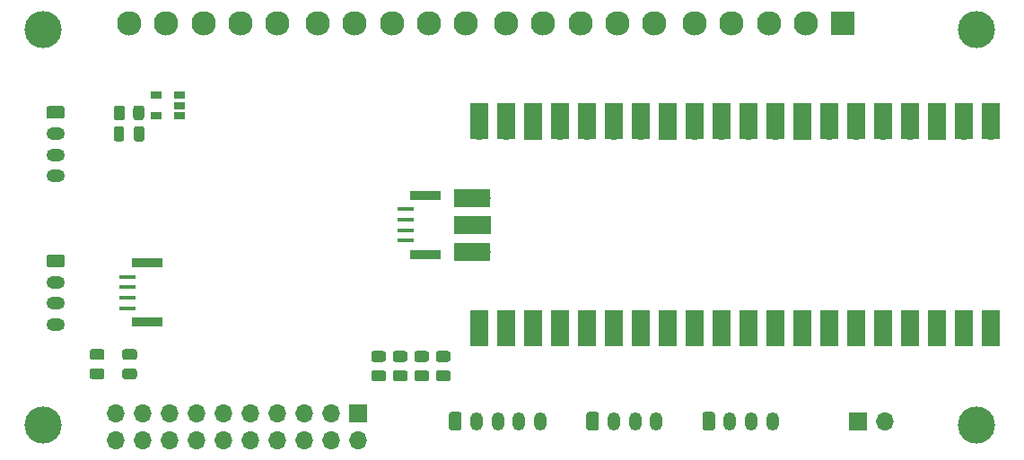
<source format=gts>
G04 #@! TF.GenerationSoftware,KiCad,Pcbnew,(5.1.12)-1*
G04 #@! TF.CreationDate,2021-12-31T11:23:08-06:00*
G04 #@! TF.ProjectId,PicoFightingBoard,5069636f-4669-4676-9874-696e67426f61,rev?*
G04 #@! TF.SameCoordinates,Original*
G04 #@! TF.FileFunction,Soldermask,Top*
G04 #@! TF.FilePolarity,Negative*
%FSLAX46Y46*%
G04 Gerber Fmt 4.6, Leading zero omitted, Abs format (unit mm)*
G04 Created by KiCad (PCBNEW (5.1.12)-1) date 2021-12-31 11:23:08*
%MOMM*%
%LPD*%
G01*
G04 APERTURE LIST*
%ADD10R,1.700000X1.700000*%
%ADD11O,1.700000X1.700000*%
%ADD12R,1.060000X0.650000*%
%ADD13R,3.500000X1.700000*%
%ADD14R,1.700000X3.500000*%
%ADD15O,1.750000X1.200000*%
%ADD16O,1.200000X1.750000*%
%ADD17C,2.300000*%
%ADD18R,2.300000X2.300000*%
%ADD19R,3.000000X0.900000*%
%ADD20R,1.600000X0.400000*%
%ADD21C,3.500000*%
G04 APERTURE END LIST*
D10*
X184277000Y-120142000D03*
D11*
X186817000Y-120142000D03*
D12*
X120276800Y-91272400D03*
X120276800Y-90322400D03*
X120276800Y-89372400D03*
X118076800Y-89372400D03*
X118076800Y-91272400D03*
D10*
X137160000Y-119380000D03*
D11*
X137160000Y-121920000D03*
X134620000Y-119380000D03*
X134620000Y-121920000D03*
X132080000Y-119380000D03*
X132080000Y-121920000D03*
X129540000Y-119380000D03*
X129540000Y-121920000D03*
X127000000Y-119380000D03*
X127000000Y-121920000D03*
X124460000Y-119380000D03*
X124460000Y-121920000D03*
X121920000Y-119380000D03*
X121920000Y-121920000D03*
X119380000Y-119380000D03*
X119380000Y-121920000D03*
X116840000Y-119380000D03*
X116840000Y-121920000D03*
X114300000Y-119380000D03*
X114300000Y-121920000D03*
G36*
G01*
X138614998Y-113510000D02*
X139515002Y-113510000D01*
G75*
G02*
X139765000Y-113759998I0J-249998D01*
G01*
X139765000Y-114285002D01*
G75*
G02*
X139515002Y-114535000I-249998J0D01*
G01*
X138614998Y-114535000D01*
G75*
G02*
X138365000Y-114285002I0J249998D01*
G01*
X138365000Y-113759998D01*
G75*
G02*
X138614998Y-113510000I249998J0D01*
G01*
G37*
G36*
G01*
X138614998Y-115335000D02*
X139515002Y-115335000D01*
G75*
G02*
X139765000Y-115584998I0J-249998D01*
G01*
X139765000Y-116110002D01*
G75*
G02*
X139515002Y-116360000I-249998J0D01*
G01*
X138614998Y-116360000D01*
G75*
G02*
X138365000Y-116110002I0J249998D01*
G01*
X138365000Y-115584998D01*
G75*
G02*
X138614998Y-115335000I249998J0D01*
G01*
G37*
G36*
G01*
X140646998Y-115335000D02*
X141547002Y-115335000D01*
G75*
G02*
X141797000Y-115584998I0J-249998D01*
G01*
X141797000Y-116110002D01*
G75*
G02*
X141547002Y-116360000I-249998J0D01*
G01*
X140646998Y-116360000D01*
G75*
G02*
X140397000Y-116110002I0J249998D01*
G01*
X140397000Y-115584998D01*
G75*
G02*
X140646998Y-115335000I249998J0D01*
G01*
G37*
G36*
G01*
X140646998Y-113510000D02*
X141547002Y-113510000D01*
G75*
G02*
X141797000Y-113759998I0J-249998D01*
G01*
X141797000Y-114285002D01*
G75*
G02*
X141547002Y-114535000I-249998J0D01*
G01*
X140646998Y-114535000D01*
G75*
G02*
X140397000Y-114285002I0J249998D01*
G01*
X140397000Y-113759998D01*
G75*
G02*
X140646998Y-113510000I249998J0D01*
G01*
G37*
G36*
G01*
X142678998Y-113510000D02*
X143579002Y-113510000D01*
G75*
G02*
X143829000Y-113759998I0J-249998D01*
G01*
X143829000Y-114285002D01*
G75*
G02*
X143579002Y-114535000I-249998J0D01*
G01*
X142678998Y-114535000D01*
G75*
G02*
X142429000Y-114285002I0J249998D01*
G01*
X142429000Y-113759998D01*
G75*
G02*
X142678998Y-113510000I249998J0D01*
G01*
G37*
G36*
G01*
X142678998Y-115335000D02*
X143579002Y-115335000D01*
G75*
G02*
X143829000Y-115584998I0J-249998D01*
G01*
X143829000Y-116110002D01*
G75*
G02*
X143579002Y-116360000I-249998J0D01*
G01*
X142678998Y-116360000D01*
G75*
G02*
X142429000Y-116110002I0J249998D01*
G01*
X142429000Y-115584998D01*
G75*
G02*
X142678998Y-115335000I249998J0D01*
G01*
G37*
G36*
G01*
X144710998Y-115335000D02*
X145611002Y-115335000D01*
G75*
G02*
X145861000Y-115584998I0J-249998D01*
G01*
X145861000Y-116110002D01*
G75*
G02*
X145611002Y-116360000I-249998J0D01*
G01*
X144710998Y-116360000D01*
G75*
G02*
X144461000Y-116110002I0J249998D01*
G01*
X144461000Y-115584998D01*
G75*
G02*
X144710998Y-115335000I249998J0D01*
G01*
G37*
G36*
G01*
X144710998Y-113510000D02*
X145611002Y-113510000D01*
G75*
G02*
X145861000Y-113759998I0J-249998D01*
G01*
X145861000Y-114285002D01*
G75*
G02*
X145611002Y-114535000I-249998J0D01*
G01*
X144710998Y-114535000D01*
G75*
G02*
X144461000Y-114285002I0J249998D01*
G01*
X144461000Y-113759998D01*
G75*
G02*
X144710998Y-113510000I249998J0D01*
G01*
G37*
X148820000Y-104140000D03*
D13*
X147920000Y-104140000D03*
D10*
X148820000Y-101600000D03*
D13*
X147920000Y-101600000D03*
D11*
X148820000Y-99060000D03*
D13*
X147920000Y-99060000D03*
D14*
X148590000Y-111390000D03*
X151130000Y-111390000D03*
X153670000Y-111390000D03*
X156210000Y-111390000D03*
X158750000Y-111390000D03*
X161290000Y-111390000D03*
X163830000Y-111390000D03*
X166370000Y-111390000D03*
X168910000Y-111390000D03*
X171450000Y-111390000D03*
X173990000Y-111390000D03*
X176530000Y-111390000D03*
X179070000Y-111390000D03*
X181610000Y-111390000D03*
X184150000Y-111390000D03*
X186690000Y-111390000D03*
X189230000Y-111390000D03*
X191770000Y-111390000D03*
X194310000Y-111390000D03*
X196850000Y-111390000D03*
X148590000Y-91810000D03*
X151130000Y-91810000D03*
X153670000Y-91810000D03*
X156210000Y-91810000D03*
X158750000Y-91810000D03*
X161290000Y-91810000D03*
X163830000Y-91810000D03*
X166370000Y-91810000D03*
X168910000Y-91810000D03*
X171450000Y-91810000D03*
X173990000Y-91810000D03*
X176530000Y-91810000D03*
X179070000Y-91810000D03*
X181610000Y-91810000D03*
X184150000Y-91810000D03*
X186690000Y-91810000D03*
X189230000Y-91810000D03*
X191770000Y-91810000D03*
X194310000Y-91810000D03*
X196850000Y-91810000D03*
D11*
X196850000Y-110490000D03*
X194310000Y-110490000D03*
D10*
X191770000Y-110490000D03*
D11*
X189230000Y-110490000D03*
X186690000Y-110490000D03*
X184150000Y-110490000D03*
X181610000Y-110490000D03*
D10*
X179070000Y-110490000D03*
D11*
X176530000Y-110490000D03*
X173990000Y-110490000D03*
X171450000Y-110490000D03*
X168910000Y-110490000D03*
D10*
X166370000Y-110490000D03*
D11*
X163830000Y-110490000D03*
X161290000Y-110490000D03*
X158750000Y-110490000D03*
X156210000Y-110490000D03*
D10*
X153670000Y-110490000D03*
D11*
X151130000Y-110490000D03*
X148590000Y-110490000D03*
X148590000Y-92710000D03*
X151130000Y-92710000D03*
D10*
X153670000Y-92710000D03*
D11*
X156210000Y-92710000D03*
X158750000Y-92710000D03*
X161290000Y-92710000D03*
X163830000Y-92710000D03*
D10*
X166370000Y-92710000D03*
D11*
X168910000Y-92710000D03*
X171450000Y-92710000D03*
X173990000Y-92710000D03*
X176530000Y-92710000D03*
D10*
X179070000Y-92710000D03*
D11*
X181610000Y-92710000D03*
X184150000Y-92710000D03*
X186690000Y-92710000D03*
X189230000Y-92710000D03*
D10*
X191770000Y-92710000D03*
D11*
X194310000Y-92710000D03*
X196850000Y-92710000D03*
G36*
G01*
X116944200Y-90583598D02*
X116944200Y-91483602D01*
G75*
G02*
X116694202Y-91733600I-249998J0D01*
G01*
X116169198Y-91733600D01*
G75*
G02*
X115919200Y-91483602I0J249998D01*
G01*
X115919200Y-90583598D01*
G75*
G02*
X116169198Y-90333600I249998J0D01*
G01*
X116694202Y-90333600D01*
G75*
G02*
X116944200Y-90583598I0J-249998D01*
G01*
G37*
G36*
G01*
X115119200Y-90583598D02*
X115119200Y-91483602D01*
G75*
G02*
X114869202Y-91733600I-249998J0D01*
G01*
X114344198Y-91733600D01*
G75*
G02*
X114094200Y-91483602I0J249998D01*
G01*
X114094200Y-90583598D01*
G75*
G02*
X114344198Y-90333600I249998J0D01*
G01*
X114869202Y-90333600D01*
G75*
G02*
X115119200Y-90583598I0J-249998D01*
G01*
G37*
G36*
G01*
X114069200Y-93489800D02*
X114069200Y-92539800D01*
G75*
G02*
X114319200Y-92289800I250000J0D01*
G01*
X114819200Y-92289800D01*
G75*
G02*
X115069200Y-92539800I0J-250000D01*
G01*
X115069200Y-93489800D01*
G75*
G02*
X114819200Y-93739800I-250000J0D01*
G01*
X114319200Y-93739800D01*
G75*
G02*
X114069200Y-93489800I0J250000D01*
G01*
G37*
G36*
G01*
X115969200Y-93489800D02*
X115969200Y-92539800D01*
G75*
G02*
X116219200Y-92289800I250000J0D01*
G01*
X116719200Y-92289800D01*
G75*
G02*
X116969200Y-92539800I0J-250000D01*
G01*
X116969200Y-93489800D01*
G75*
G02*
X116719200Y-93739800I-250000J0D01*
G01*
X116219200Y-93739800D01*
G75*
G02*
X115969200Y-93489800I0J250000D01*
G01*
G37*
G36*
G01*
X112950002Y-114357200D02*
X112049998Y-114357200D01*
G75*
G02*
X111800000Y-114107202I0J249998D01*
G01*
X111800000Y-113582198D01*
G75*
G02*
X112049998Y-113332200I249998J0D01*
G01*
X112950002Y-113332200D01*
G75*
G02*
X113200000Y-113582198I0J-249998D01*
G01*
X113200000Y-114107202D01*
G75*
G02*
X112950002Y-114357200I-249998J0D01*
G01*
G37*
G36*
G01*
X112950002Y-116182200D02*
X112049998Y-116182200D01*
G75*
G02*
X111800000Y-115932202I0J249998D01*
G01*
X111800000Y-115407198D01*
G75*
G02*
X112049998Y-115157200I249998J0D01*
G01*
X112950002Y-115157200D01*
G75*
G02*
X113200000Y-115407198I0J-249998D01*
G01*
X113200000Y-115932202D01*
G75*
G02*
X112950002Y-116182200I-249998J0D01*
G01*
G37*
G36*
G01*
X116020002Y-114357200D02*
X115119998Y-114357200D01*
G75*
G02*
X114870000Y-114107202I0J249998D01*
G01*
X114870000Y-113582198D01*
G75*
G02*
X115119998Y-113332200I249998J0D01*
G01*
X116020002Y-113332200D01*
G75*
G02*
X116270000Y-113582198I0J-249998D01*
G01*
X116270000Y-114107202D01*
G75*
G02*
X116020002Y-114357200I-249998J0D01*
G01*
G37*
G36*
G01*
X116020002Y-116182200D02*
X115119998Y-116182200D01*
G75*
G02*
X114870000Y-115932202I0J249998D01*
G01*
X114870000Y-115407198D01*
G75*
G02*
X115119998Y-115157200I249998J0D01*
G01*
X116020002Y-115157200D01*
G75*
G02*
X116270000Y-115407198I0J-249998D01*
G01*
X116270000Y-115932202D01*
G75*
G02*
X116020002Y-116182200I-249998J0D01*
G01*
G37*
G36*
G01*
X107959999Y-90382800D02*
X109210001Y-90382800D01*
G75*
G02*
X109460000Y-90632799I0J-249999D01*
G01*
X109460000Y-91332801D01*
G75*
G02*
X109210001Y-91582800I-249999J0D01*
G01*
X107959999Y-91582800D01*
G75*
G02*
X107710000Y-91332801I0J249999D01*
G01*
X107710000Y-90632799D01*
G75*
G02*
X107959999Y-90382800I249999J0D01*
G01*
G37*
D15*
X108585000Y-92982800D03*
X108585000Y-94982800D03*
X108585000Y-96982800D03*
G36*
G01*
X145704000Y-120767001D02*
X145704000Y-119516999D01*
G75*
G02*
X145953999Y-119267000I249999J0D01*
G01*
X146654001Y-119267000D01*
G75*
G02*
X146904000Y-119516999I0J-249999D01*
G01*
X146904000Y-120767001D01*
G75*
G02*
X146654001Y-121017000I-249999J0D01*
G01*
X145953999Y-121017000D01*
G75*
G02*
X145704000Y-120767001I0J249999D01*
G01*
G37*
D16*
X148304000Y-120142000D03*
X150304000Y-120142000D03*
X152304000Y-120142000D03*
X154304000Y-120142000D03*
X165258000Y-120142000D03*
X163258000Y-120142000D03*
X161258000Y-120142000D03*
G36*
G01*
X158658000Y-120767001D02*
X158658000Y-119516999D01*
G75*
G02*
X158907999Y-119267000I249999J0D01*
G01*
X159608001Y-119267000D01*
G75*
G02*
X159858000Y-119516999I0J-249999D01*
G01*
X159858000Y-120767001D01*
G75*
G02*
X159608001Y-121017000I-249999J0D01*
G01*
X158907999Y-121017000D01*
G75*
G02*
X158658000Y-120767001I0J249999D01*
G01*
G37*
D17*
X115540000Y-82550000D03*
X119040000Y-82550000D03*
X122540000Y-82550000D03*
X126040000Y-82550000D03*
X129540000Y-82550000D03*
X147320000Y-82550000D03*
X143820000Y-82550000D03*
X140320000Y-82550000D03*
X136820000Y-82550000D03*
X133320000Y-82550000D03*
X151100000Y-82550000D03*
X154600000Y-82550000D03*
X158100000Y-82550000D03*
X161600000Y-82550000D03*
X165100000Y-82550000D03*
D18*
X182880000Y-82550000D03*
D17*
X179380000Y-82550000D03*
X175880000Y-82550000D03*
X172380000Y-82550000D03*
X168880000Y-82550000D03*
G36*
G01*
X169612000Y-120767001D02*
X169612000Y-119516999D01*
G75*
G02*
X169861999Y-119267000I249999J0D01*
G01*
X170562001Y-119267000D01*
G75*
G02*
X170812000Y-119516999I0J-249999D01*
G01*
X170812000Y-120767001D01*
G75*
G02*
X170562001Y-121017000I-249999J0D01*
G01*
X169861999Y-121017000D01*
G75*
G02*
X169612000Y-120767001I0J249999D01*
G01*
G37*
D16*
X172212000Y-120142000D03*
X174212000Y-120142000D03*
X176212000Y-120142000D03*
D15*
X108610400Y-111003600D03*
X108610400Y-109003600D03*
X108610400Y-107003600D03*
G36*
G01*
X107985399Y-104403600D02*
X109235401Y-104403600D01*
G75*
G02*
X109485400Y-104653599I0J-249999D01*
G01*
X109485400Y-105353601D01*
G75*
G02*
X109235401Y-105603600I-249999J0D01*
G01*
X107985399Y-105603600D01*
G75*
G02*
X107735400Y-105353601I0J249999D01*
G01*
X107735400Y-104653599D01*
G75*
G02*
X107985399Y-104403600I249999J0D01*
G01*
G37*
D19*
X117256000Y-105200800D03*
X117256000Y-110800800D03*
D20*
X115408000Y-106493800D03*
X115408000Y-107493800D03*
X115408000Y-108493800D03*
X115408000Y-109493800D03*
X141633500Y-103093000D03*
X141633500Y-102093000D03*
X141633500Y-101093000D03*
X141633500Y-100093000D03*
D19*
X143481500Y-104400000D03*
X143481500Y-98800000D03*
D21*
X107400000Y-83200000D03*
X195500000Y-83200000D03*
X107400000Y-120500000D03*
X195500000Y-120500000D03*
M02*

</source>
